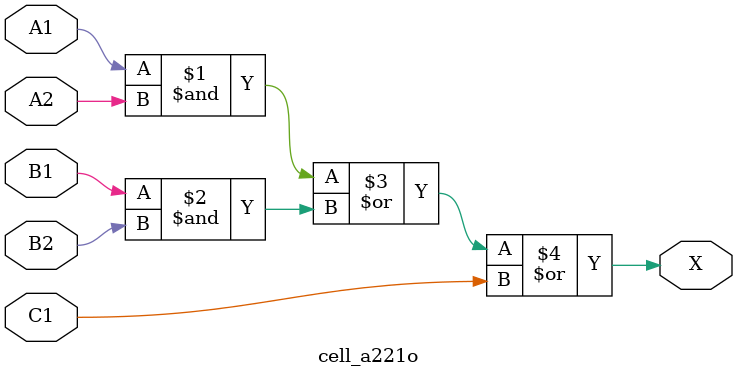
<source format=v>
`timescale 1ps/1ps
module cell_a221o
(
    input wire A1,
    input wire A2,
    input wire B1,
    input wire B2,
    input wire C1,
    output wire X
);
    assign X = ((A1 & A2) | (B1 & B2) | C1);
endmodule

</source>
